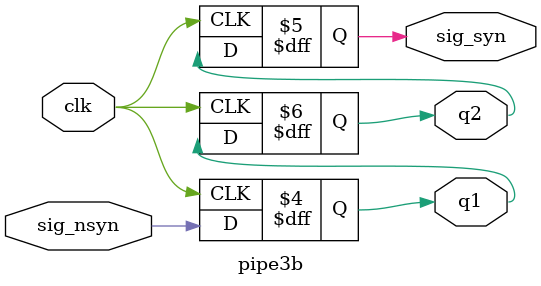
<source format=v>
module pipe3b(
    input sig_nsyn,
    input clk,
    output q1,
    output q2,
    output sig_syn
      );
    reg q1;
    reg q2;
    reg sig_syn;
   always@(posedge clk) q2=q1;
   always@(posedge clk) sig_syn=q2;
   always@(posedge clk) q1=sig_nsyn;     
endmodule

</source>
